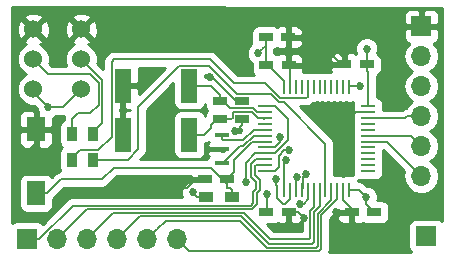
<source format=gtl>
G04 #@! TF.GenerationSoftware,KiCad,Pcbnew,5.0.0-rc2-unknown-a288d61~65~ubuntu18.04.1*
G04 #@! TF.CreationDate,2018-06-25T15:59:21+02:00*
G04 #@! TF.ProjectId,STM32_Sensor,53544D33325F53656E736F722E6B6963,rev?*
G04 #@! TF.SameCoordinates,Original*
G04 #@! TF.FileFunction,Copper,L1,Top,Signal*
G04 #@! TF.FilePolarity,Positive*
%FSLAX46Y46*%
G04 Gerber Fmt 4.6, Leading zero omitted, Abs format (unit mm)*
G04 Created by KiCad (PCBNEW 5.0.0-rc2-unknown-a288d61~65~ubuntu18.04.1) date Mon Jun 25 15:59:21 2018*
%MOMM*%
%LPD*%
G01*
G04 APERTURE LIST*
G04 #@! TA.AperFunction,SMDPad,CuDef*
%ADD10R,0.250000X1.300000*%
G04 #@! TD*
G04 #@! TA.AperFunction,SMDPad,CuDef*
%ADD11R,1.300000X0.250000*%
G04 #@! TD*
G04 #@! TA.AperFunction,SMDPad,CuDef*
%ADD12R,1.200000X0.900000*%
G04 #@! TD*
G04 #@! TA.AperFunction,ComponentPad*
%ADD13R,1.700000X1.700000*%
G04 #@! TD*
G04 #@! TA.AperFunction,SMDPad,CuDef*
%ADD14R,1.200000X0.750000*%
G04 #@! TD*
G04 #@! TA.AperFunction,SMDPad,CuDef*
%ADD15R,0.900000X1.200000*%
G04 #@! TD*
G04 #@! TA.AperFunction,SMDPad,CuDef*
%ADD16R,1.300000X0.400000*%
G04 #@! TD*
G04 #@! TA.AperFunction,SMDPad,CuDef*
%ADD17R,1.430000X2.850000*%
G04 #@! TD*
G04 #@! TA.AperFunction,SMDPad,CuDef*
%ADD18R,1.600000X2.000000*%
G04 #@! TD*
G04 #@! TA.AperFunction,ComponentPad*
%ADD19C,1.524000*%
G04 #@! TD*
G04 #@! TA.AperFunction,ComponentPad*
%ADD20O,1.700000X1.700000*%
G04 #@! TD*
G04 #@! TA.AperFunction,ViaPad*
%ADD21C,0.685800*%
G04 #@! TD*
G04 #@! TA.AperFunction,Conductor*
%ADD22C,0.152400*%
G04 #@! TD*
G04 #@! TA.AperFunction,Conductor*
%ADD23C,0.190500*%
G04 #@! TD*
G04 #@! TA.AperFunction,Conductor*
%ADD24C,0.254000*%
G04 #@! TD*
G04 APERTURE END LIST*
D10*
G04 #@! TO.P,U1,48*
G04 #@! TO.N,+3V3*
X130720000Y-86200000D03*
G04 #@! TO.P,U1,47*
G04 #@! TO.N,GND*
X131220000Y-86200000D03*
G04 #@! TO.P,U1,46*
G04 #@! TO.N,Net-(U1-Pad46)*
X131720000Y-86200000D03*
G04 #@! TO.P,U1,45*
G04 #@! TO.N,Net-(U1-Pad45)*
X132220000Y-86200000D03*
G04 #@! TO.P,U1,44*
G04 #@! TO.N,BOOT0*
X132720000Y-86200000D03*
G04 #@! TO.P,U1,43*
G04 #@! TO.N,Net-(U1-Pad43)*
X133220000Y-86200000D03*
G04 #@! TO.P,U1,42*
G04 #@! TO.N,Net-(U1-Pad42)*
X133720000Y-86200000D03*
G04 #@! TO.P,U1,41*
G04 #@! TO.N,Net-(U1-Pad41)*
X134220000Y-86200000D03*
G04 #@! TO.P,U1,40*
G04 #@! TO.N,Net-(U1-Pad40)*
X134720000Y-86200000D03*
G04 #@! TO.P,U1,39*
G04 #@! TO.N,Net-(U1-Pad39)*
X135220000Y-86200000D03*
G04 #@! TO.P,U1,38*
G04 #@! TO.N,Net-(U1-Pad38)*
X135720000Y-86200000D03*
G04 #@! TO.P,U1,37*
G04 #@! TO.N,SWDCLK*
X136220000Y-86200000D03*
D11*
G04 #@! TO.P,U1,36*
G04 #@! TO.N,+3V3*
X137820000Y-87800000D03*
G04 #@! TO.P,U1,35*
G04 #@! TO.N,GND*
X137820000Y-88300000D03*
G04 #@! TO.P,U1,34*
G04 #@! TO.N,SWDIO*
X137820000Y-88800000D03*
G04 #@! TO.P,U1,33*
G04 #@! TO.N,Net-(U1-Pad33)*
X137820000Y-89300000D03*
G04 #@! TO.P,U1,32*
G04 #@! TO.N,Net-(U1-Pad32)*
X137820000Y-89800000D03*
G04 #@! TO.P,U1,31*
G04 #@! TO.N,RX*
X137820000Y-90300000D03*
G04 #@! TO.P,U1,30*
G04 #@! TO.N,TX*
X137820000Y-90800000D03*
G04 #@! TO.P,U1,29*
G04 #@! TO.N,Net-(U1-Pad29)*
X137820000Y-91300000D03*
G04 #@! TO.P,U1,28*
G04 #@! TO.N,Net-(U1-Pad28)*
X137820000Y-91800000D03*
G04 #@! TO.P,U1,27*
G04 #@! TO.N,Net-(U1-Pad27)*
X137820000Y-92300000D03*
G04 #@! TO.P,U1,26*
G04 #@! TO.N,Net-(U1-Pad26)*
X137820000Y-92800000D03*
G04 #@! TO.P,U1,25*
G04 #@! TO.N,Net-(U1-Pad25)*
X137820000Y-93300000D03*
D10*
G04 #@! TO.P,U1,24*
G04 #@! TO.N,+3V3*
X136220000Y-94900000D03*
G04 #@! TO.P,U1,23*
G04 #@! TO.N,GND*
X135720000Y-94900000D03*
G04 #@! TO.P,U1,22*
G04 #@! TO.N,PB11*
X135220000Y-94900000D03*
G04 #@! TO.P,U1,21*
G04 #@! TO.N,PB10*
X134720000Y-94900000D03*
G04 #@! TO.P,U1,20*
G04 #@! TO.N,BOOT1*
X134220000Y-94900000D03*
G04 #@! TO.P,U1,19*
G04 #@! TO.N,PB1*
X133720000Y-94900000D03*
G04 #@! TO.P,U1,18*
G04 #@! TO.N,PB0*
X133220000Y-94900000D03*
G04 #@! TO.P,U1,17*
G04 #@! TO.N,MOSI*
X132720000Y-94900000D03*
G04 #@! TO.P,U1,16*
G04 #@! TO.N,MISO*
X132220000Y-94900000D03*
G04 #@! TO.P,U1,15*
G04 #@! TO.N,SCK*
X131720000Y-94900000D03*
G04 #@! TO.P,U1,14*
G04 #@! TO.N,NSS*
X131220000Y-94900000D03*
G04 #@! TO.P,U1,13*
G04 #@! TO.N,DIO0*
X130720000Y-94900000D03*
D11*
G04 #@! TO.P,U1,12*
G04 #@! TO.N,RST*
X129120000Y-93300000D03*
G04 #@! TO.P,U1,11*
G04 #@! TO.N,PA1*
X129120000Y-92800000D03*
G04 #@! TO.P,U1,10*
G04 #@! TO.N,PA0*
X129120000Y-92300000D03*
G04 #@! TO.P,U1,9*
G04 #@! TO.N,+3V3*
X129120000Y-91800000D03*
G04 #@! TO.P,U1,8*
G04 #@! TO.N,GND*
X129120000Y-91300000D03*
G04 #@! TO.P,U1,7*
G04 #@! TO.N,Net-(C1-Pad1)*
X129120000Y-90800000D03*
G04 #@! TO.P,U1,6*
G04 #@! TO.N,OSC2*
X129120000Y-90300000D03*
G04 #@! TO.P,U1,5*
G04 #@! TO.N,OSC1*
X129120000Y-89800000D03*
G04 #@! TO.P,U1,4*
G04 #@! TO.N,Net-(U1-Pad4)*
X129120000Y-89300000D03*
G04 #@! TO.P,U1,3*
G04 #@! TO.N,RTCOSC2*
X129120000Y-88800000D03*
G04 #@! TO.P,U1,2*
G04 #@! TO.N,RTCOSC1*
X129120000Y-88300000D03*
G04 #@! TO.P,U1,1*
G04 #@! TO.N,+3V3*
X129120000Y-87800000D03*
G04 #@! TD*
D12*
G04 #@! TO.P,R1,2*
G04 #@! TO.N,Net-(C1-Pad1)*
X126322000Y-95504000D03*
G04 #@! TO.P,R1,1*
G04 #@! TO.N,+3V3*
X124122000Y-95504000D03*
G04 #@! TD*
D13*
G04 #@! TO.P,J2,1*
G04 #@! TO.N,Net-(J2-Pad1)*
X142750000Y-98820000D03*
G04 #@! TD*
D14*
G04 #@! TO.P,C1,2*
G04 #@! TO.N,GND*
X124018000Y-93980000D03*
G04 #@! TO.P,C1,1*
G04 #@! TO.N,Net-(C1-Pad1)*
X125918000Y-93980000D03*
G04 #@! TD*
G04 #@! TO.P,C2,2*
G04 #@! TO.N,GND*
X135829000Y-84264500D03*
G04 #@! TO.P,C2,1*
G04 #@! TO.N,+3V3*
X137729000Y-84264500D03*
G04 #@! TD*
G04 #@! TO.P,C3,1*
G04 #@! TO.N,+3V3*
X138364000Y-96774000D03*
G04 #@! TO.P,C3,2*
G04 #@! TO.N,GND*
X136464000Y-96774000D03*
G04 #@! TD*
G04 #@! TO.P,C4,2*
G04 #@! TO.N,GND*
X131125000Y-96774000D03*
G04 #@! TO.P,C4,1*
G04 #@! TO.N,+3V3*
X129225000Y-96774000D03*
G04 #@! TD*
G04 #@! TO.P,C6,2*
G04 #@! TO.N,GND*
X131061500Y-81978500D03*
G04 #@! TO.P,C6,1*
G04 #@! TO.N,+3V3*
X129161500Y-81978500D03*
G04 #@! TD*
G04 #@! TO.P,C7,1*
G04 #@! TO.N,+3V3*
X129225000Y-84328000D03*
G04 #@! TO.P,C7,2*
G04 #@! TO.N,GND*
X131125000Y-84328000D03*
G04 #@! TD*
G04 #@! TO.P,C8,1*
G04 #@! TO.N,RTCOSC1*
X125288000Y-87376000D03*
G04 #@! TO.P,C8,2*
G04 #@! TO.N,GND*
X127188000Y-87376000D03*
G04 #@! TD*
G04 #@! TO.P,C9,2*
G04 #@! TO.N,GND*
X127188000Y-88900000D03*
G04 #@! TO.P,C9,1*
G04 #@! TO.N,RTCOSC2*
X125288000Y-88900000D03*
G04 #@! TD*
D15*
G04 #@! TO.P,R2,2*
G04 #@! TO.N,BOOT0*
X112776000Y-92370000D03*
G04 #@! TO.P,R2,1*
G04 #@! TO.N,Net-(R2-Pad1)*
X112776000Y-90170000D03*
G04 #@! TD*
G04 #@! TO.P,R3,1*
G04 #@! TO.N,Net-(R3-Pad1)*
X114554000Y-90170000D03*
G04 #@! TO.P,R3,2*
G04 #@! TO.N,BOOT1*
X114554000Y-92370000D03*
G04 #@! TD*
D16*
G04 #@! TO.P,Y1,2*
G04 #@! TO.N,GND*
X125476000Y-91440000D03*
G04 #@! TO.P,Y1,3*
G04 #@! TO.N,OSC2*
X125476000Y-92640000D03*
G04 #@! TO.P,Y1,1*
G04 #@! TO.N,OSC1*
X125476000Y-90240000D03*
G04 #@! TD*
D17*
G04 #@! TO.P,Y2,4*
G04 #@! TO.N,RTCOSC2*
X122703000Y-90213000D03*
G04 #@! TO.P,Y2,3*
G04 #@! TO.N,GND*
X117073000Y-90213000D03*
G04 #@! TO.P,Y2,2*
X117073000Y-86063000D03*
G04 #@! TO.P,Y2,1*
G04 #@! TO.N,RTCOSC1*
X122703000Y-86063000D03*
G04 #@! TD*
D18*
G04 #@! TO.P,SW1,1*
G04 #@! TO.N,GND*
X109728000Y-89756000D03*
G04 #@! TO.P,SW1,2*
G04 #@! TO.N,Net-(C1-Pad1)*
X109728000Y-95156000D03*
G04 #@! TD*
D19*
G04 #@! TO.P,SW2,3*
G04 #@! TO.N,+3V3*
X109474000Y-86360000D03*
G04 #@! TO.P,SW2,2*
G04 #@! TO.N,Net-(R2-Pad1)*
X109474000Y-83820000D03*
G04 #@! TO.P,SW2,1*
G04 #@! TO.N,GND*
X109474000Y-81280000D03*
G04 #@! TD*
G04 #@! TO.P,SW3,1*
G04 #@! TO.N,GND*
X113538000Y-81280000D03*
G04 #@! TO.P,SW3,2*
G04 #@! TO.N,Net-(R3-Pad1)*
X113538000Y-83820000D03*
G04 #@! TO.P,SW3,3*
G04 #@! TO.N,+3V3*
X113538000Y-86360000D03*
G04 #@! TD*
D20*
G04 #@! TO.P,J1,6*
G04 #@! TO.N,TX*
X142340000Y-93730000D03*
G04 #@! TO.P,J1,5*
G04 #@! TO.N,RX*
X142340000Y-91190000D03*
G04 #@! TO.P,J1,4*
G04 #@! TO.N,SWDIO*
X142340000Y-88650000D03*
G04 #@! TO.P,J1,3*
G04 #@! TO.N,SWDCLK*
X142340000Y-86110000D03*
G04 #@! TO.P,J1,2*
G04 #@! TO.N,+3V3*
X142340000Y-83570000D03*
D13*
G04 #@! TO.P,J1,1*
G04 #@! TO.N,GND*
X142340000Y-81030000D03*
G04 #@! TD*
D20*
G04 #@! TO.P,J3,6*
G04 #@! TO.N,PB11*
X121666000Y-99060000D03*
G04 #@! TO.P,J3,5*
G04 #@! TO.N,PB10*
X119126000Y-99060000D03*
G04 #@! TO.P,J3,4*
G04 #@! TO.N,PB1*
X116586000Y-99060000D03*
G04 #@! TO.P,J3,3*
G04 #@! TO.N,PB0*
X114046000Y-99060000D03*
G04 #@! TO.P,J3,2*
G04 #@! TO.N,PA1*
X111506000Y-99060000D03*
D13*
G04 #@! TO.P,J3,1*
G04 #@! TO.N,PA0*
X108966000Y-99060000D03*
G04 #@! TD*
D21*
G04 #@! TO.N,+3V3*
X137731500Y-82931000D03*
X137668000Y-95504000D03*
X129286000Y-95250000D03*
X110744000Y-87884000D03*
X123002068Y-95105652D03*
X127508000Y-94233994D03*
X128524000Y-83312000D03*
G04 #@! TO.N,SWDCLK*
X137140000Y-86100000D03*
G04 #@! TO.N,GND*
X135840000Y-87840000D03*
X134610000Y-83340000D03*
X124460000Y-85344000D03*
X132372057Y-97233245D03*
X135128000Y-96774000D03*
X126595116Y-89881053D03*
X130400000Y-90440000D03*
X120060000Y-88680000D03*
X119120000Y-85240000D03*
G04 #@! TO.N,RST*
X131112598Y-91518462D03*
G04 #@! TO.N,DIO0*
X130906797Y-92331016D03*
G04 #@! TO.N,NSS*
X130048000Y-93980000D03*
G04 #@! TO.N,SCK*
X131791626Y-93796502D03*
G04 #@! TO.N,MISO*
X132597436Y-93565703D03*
G04 #@! TO.N,MOSI*
X132085808Y-96045226D03*
G04 #@! TD*
D22*
G04 #@! TO.N,Net-(C1-Pad1)*
X126322000Y-94901600D02*
X126322000Y-95504000D01*
X126162400Y-94742000D02*
X126322000Y-94901600D01*
X125918000Y-94742000D02*
X126162400Y-94742000D01*
X125918000Y-94214600D02*
X125918000Y-94742000D01*
X116281189Y-93014811D02*
X124510811Y-93014811D01*
X124510811Y-93014811D02*
X125918000Y-94422000D01*
X115292400Y-94003600D02*
X116281189Y-93014811D01*
X110680400Y-95156000D02*
X111832800Y-94003600D01*
X125918000Y-94422000D02*
X125918000Y-94742000D01*
X109728000Y-95156000D02*
X110680400Y-95156000D01*
X111832800Y-94003600D02*
X115292400Y-94003600D01*
X128317600Y-90800000D02*
X129120000Y-90800000D01*
X126492000Y-92379066D02*
X127994865Y-90876201D01*
X128241399Y-90876201D02*
X128317600Y-90800000D01*
X125918000Y-93980000D02*
X126492000Y-93406000D01*
X127994865Y-90876201D02*
X128241399Y-90876201D01*
X126492000Y-93406000D02*
X126492000Y-92379066D01*
D23*
G04 #@! TO.N,+3V3*
X129161500Y-84264500D02*
X129225000Y-84328000D01*
X129161500Y-81978500D02*
X129161500Y-84264500D01*
X137729000Y-84516000D02*
X137729000Y-84264500D01*
X137731500Y-84262000D02*
X137729000Y-84264500D01*
X137731500Y-82931000D02*
X137731500Y-84262000D01*
X137504000Y-84264500D02*
X137729000Y-84264500D01*
X129161500Y-81978500D02*
X129386500Y-81978500D01*
X137668000Y-95504000D02*
X137064000Y-94900000D01*
X137064000Y-94900000D02*
X136220000Y-94900000D01*
X137731500Y-87711500D02*
X137820000Y-87800000D01*
X137820000Y-84921000D02*
X137820000Y-87800000D01*
X137729000Y-84264500D02*
X137729000Y-84830000D01*
X137729000Y-84830000D02*
X137820000Y-84921000D01*
X129286000Y-96713000D02*
X129225000Y-96774000D01*
X129286000Y-95250000D02*
X129286000Y-96713000D01*
X109474000Y-86614000D02*
X109474000Y-86360000D01*
X110744000Y-87884000D02*
X109474000Y-86614000D01*
X112014000Y-87884000D02*
X113538000Y-86360000D01*
X110744000Y-87884000D02*
X112014000Y-87884000D01*
X129373000Y-84328000D02*
X129225000Y-84328000D01*
X130720000Y-85675000D02*
X129373000Y-84328000D01*
X130720000Y-86200000D02*
X130720000Y-85675000D01*
X123002068Y-95174568D02*
X123002068Y-95105652D01*
X123331500Y-95504000D02*
X123002068Y-95174568D01*
X124122000Y-95504000D02*
X123331500Y-95504000D01*
X129120000Y-91800000D02*
X128279500Y-91800000D01*
X127508000Y-92571500D02*
X127508000Y-94233994D01*
X128279500Y-91800000D02*
X127508000Y-92571500D01*
X137668000Y-96078000D02*
X138364000Y-96774000D01*
X137668000Y-95504000D02*
X137668000Y-96078000D01*
X129161500Y-82674500D02*
X128866899Y-82969101D01*
X128866899Y-82969101D02*
X128524000Y-83312000D01*
X129161500Y-81978500D02*
X129161500Y-82674500D01*
X129942000Y-91800000D02*
X129120000Y-91800000D01*
X129120000Y-87800000D02*
X129960500Y-87800000D01*
X131064000Y-90678000D02*
X129942000Y-91800000D01*
X131064000Y-88903500D02*
X131064000Y-90678000D01*
X129960500Y-87800000D02*
X131064000Y-88903500D01*
D22*
G04 #@! TO.N,RTCOSC2*
X129022500Y-88897500D02*
X129120000Y-88800000D01*
X125063000Y-88900000D02*
X125288000Y-88900000D01*
X124535600Y-89427400D02*
X125063000Y-88900000D01*
X123975000Y-90213000D02*
X124535600Y-89652400D01*
X124535600Y-89652400D02*
X124535600Y-89427400D01*
X122703000Y-90213000D02*
X123975000Y-90213000D01*
X127970881Y-88296399D02*
X128474482Y-88800000D01*
X126405119Y-88296399D02*
X127970881Y-88296399D01*
X126359399Y-88342119D02*
X126405119Y-88296399D01*
X126359399Y-88800000D02*
X126359399Y-88342119D01*
X126259399Y-88900000D02*
X126359399Y-88800000D01*
X128474482Y-88800000D02*
X129120000Y-88800000D01*
X125288000Y-88900000D02*
X126259399Y-88900000D01*
G04 #@! TO.N,BOOT0*
X112776000Y-92220000D02*
X112776000Y-92370000D01*
X114960601Y-91541399D02*
X113454601Y-91541399D01*
X116332000Y-83820000D02*
X116129399Y-84022601D01*
X124460000Y-83820000D02*
X116332000Y-83820000D01*
X116129399Y-84022601D02*
X116129399Y-90372601D01*
X132720000Y-86200000D02*
X132720000Y-87002400D01*
X132605699Y-87116701D02*
X130381639Y-87116701D01*
X116129399Y-90372601D02*
X114960601Y-91541399D01*
X130381639Y-87116701D02*
X129116938Y-85852000D01*
X113454601Y-91541399D02*
X112776000Y-92220000D01*
X129116938Y-85852000D02*
X126492000Y-85852000D01*
X132720000Y-87002400D02*
X132605699Y-87116701D01*
X126492000Y-85852000D02*
X124460000Y-83820000D01*
G04 #@! TO.N,Net-(R2-Pad1)*
X110744000Y-85090000D02*
X114300000Y-85090000D01*
X109474000Y-83820000D02*
X110744000Y-85090000D01*
X115011190Y-85801190D02*
X115011190Y-87680810D01*
X114300000Y-85090000D02*
X115011190Y-85801190D01*
X114300000Y-88392000D02*
X113284000Y-88392000D01*
X115011190Y-87680810D02*
X114300000Y-88392000D01*
X112776000Y-88900000D02*
X112776000Y-90170000D01*
X113284000Y-88392000D02*
X112776000Y-88900000D01*
G04 #@! TO.N,Net-(R3-Pad1)*
X115316000Y-89258000D02*
X114554000Y-90020000D01*
X113538000Y-83820000D02*
X115316000Y-85598000D01*
X114554000Y-90020000D02*
X114554000Y-90170000D01*
X115316000Y-85598000D02*
X115316000Y-89258000D01*
G04 #@! TO.N,BOOT1*
X114554000Y-92370000D02*
X117467482Y-92370000D01*
X126727332Y-86772399D02*
X129606271Y-86772399D01*
X117467482Y-92370000D02*
X118381329Y-91456153D01*
X124364333Y-84409399D02*
X126727332Y-86772399D01*
X134220000Y-94097600D02*
X134220000Y-94900000D01*
X118381329Y-91456153D02*
X118381329Y-87833189D01*
X134220000Y-90963067D02*
X134220000Y-94097600D01*
X130683744Y-87426811D02*
X134220000Y-90963067D01*
X118381329Y-87833189D02*
X121805119Y-84409399D01*
X129606271Y-86772399D02*
X130260683Y-87426811D01*
X121805119Y-84409399D02*
X124364333Y-84409399D01*
X130260683Y-87426811D02*
X130683744Y-87426811D01*
G04 #@! TO.N,OSC2*
X127254000Y-91186000D02*
X128140000Y-90300000D01*
X126991482Y-91186000D02*
X127254000Y-91186000D01*
X125730000Y-92640000D02*
X125730000Y-92447482D01*
X128140000Y-90300000D02*
X129120000Y-90300000D01*
X125730000Y-92447482D02*
X126991482Y-91186000D01*
G04 #@! TO.N,OSC1*
X125730000Y-90240000D02*
X125038000Y-90240000D01*
X125038000Y-90240000D02*
X124968000Y-90170000D01*
X127254000Y-90678000D02*
X125561600Y-90678000D01*
X125561600Y-90678000D02*
X125476000Y-90592400D01*
X128132000Y-89800000D02*
X127254000Y-90678000D01*
X125476000Y-90592400D02*
X125476000Y-90240000D01*
X129120000Y-89800000D02*
X128132000Y-89800000D01*
G04 #@! TO.N,RTCOSC1*
X122755000Y-85570500D02*
X122755000Y-85065000D01*
X125288000Y-86848600D02*
X125288000Y-87376000D01*
X124502400Y-86063000D02*
X125288000Y-86848600D01*
X122703000Y-86063000D02*
X124502400Y-86063000D01*
X125513000Y-87376000D02*
X126128588Y-87991588D01*
X128405548Y-88300000D02*
X129120000Y-88300000D01*
X126128588Y-87991588D02*
X128097137Y-87991588D01*
X128097137Y-87991588D02*
X128405548Y-88300000D01*
X125288000Y-87376000D02*
X125513000Y-87376000D01*
G04 #@! TO.N,SWDIO*
X140987919Y-88800000D02*
X137820000Y-88800000D01*
X141137919Y-88650000D02*
X140987919Y-88800000D01*
X142340000Y-88650000D02*
X141137919Y-88650000D01*
G04 #@! TO.N,SWDCLK*
X136320000Y-86100000D02*
X136220000Y-86200000D01*
X137140000Y-86100000D02*
X136320000Y-86100000D01*
G04 #@! TO.N,GND*
X131246000Y-84449000D02*
X131125000Y-84328000D01*
X131125000Y-96774000D02*
X130900000Y-96774000D01*
X134070400Y-81978500D02*
X135829000Y-83737100D01*
X135829000Y-83737100D02*
X135829000Y-84264500D01*
X131061500Y-81978500D02*
X134070400Y-81978500D01*
X131061500Y-84264500D02*
X131125000Y-84328000D01*
X131061500Y-81978500D02*
X131061500Y-84264500D01*
X131220000Y-84423000D02*
X131125000Y-84328000D01*
X131220000Y-86200000D02*
X131220000Y-84423000D01*
X125718400Y-91330000D02*
X125208660Y-91330000D01*
X125857000Y-91468600D02*
X125718400Y-91330000D01*
X137820000Y-88300000D02*
X136300000Y-88300000D01*
X136300000Y-88300000D02*
X135840000Y-87840000D01*
X135534500Y-84264500D02*
X135829000Y-84264500D01*
X134610000Y-83340000D02*
X135534500Y-84264500D01*
X135720000Y-95724347D02*
X135720000Y-94900000D01*
X136398000Y-96774000D02*
X136398000Y-96402347D01*
X136398000Y-96402347D02*
X135720000Y-95724347D01*
X117073000Y-90213000D02*
X117073000Y-86063000D01*
X127188000Y-87376000D02*
X126674482Y-87376000D01*
X124642482Y-85344000D02*
X124460000Y-85344000D01*
X126674482Y-87376000D02*
X124642482Y-85344000D01*
X109728000Y-90908400D02*
X109728000Y-89756000D01*
X131912812Y-96774000D02*
X132372057Y-97233245D01*
X131125000Y-96774000D02*
X131912812Y-96774000D01*
X136464000Y-96774000D02*
X135128000Y-96774000D01*
X127188000Y-88900000D02*
X127188000Y-89427400D01*
X126734347Y-89881053D02*
X126595116Y-89881053D01*
X127188000Y-89427400D02*
X126734347Y-89881053D01*
X108204000Y-96520000D02*
X108204000Y-92432400D01*
X123265600Y-93980000D02*
X122503600Y-94742000D01*
X122503600Y-94742000D02*
X113284000Y-94742000D01*
X108204000Y-92432400D02*
X109728000Y-90908400D01*
X113284000Y-94742000D02*
X110998000Y-97028000D01*
X124018000Y-93980000D02*
X123265600Y-93980000D01*
X110998000Y-97028000D02*
X108712000Y-97028000D01*
X108712000Y-97028000D02*
X108204000Y-96520000D01*
X130400000Y-90822400D02*
X130400000Y-90440000D01*
X129922400Y-91300000D02*
X130400000Y-90822400D01*
X129120000Y-91300000D02*
X129922400Y-91300000D01*
G04 #@! TO.N,RST*
X130270000Y-92952400D02*
X130270000Y-91983890D01*
X129922400Y-93300000D02*
X130270000Y-92952400D01*
X129120000Y-93300000D02*
X129922400Y-93300000D01*
X130735428Y-91518462D02*
X131112598Y-91518462D01*
X130270000Y-91983890D02*
X130735428Y-91518462D01*
G04 #@! TO.N,DIO0*
X130720000Y-94900000D02*
X130720000Y-92517813D01*
X130720000Y-92517813D02*
X130906797Y-92331016D01*
G04 #@! TO.N,NSS*
X130667966Y-96100899D02*
X130149601Y-95582534D01*
X130821501Y-96100899D02*
X130667966Y-96100899D01*
X131220000Y-94900000D02*
X131220000Y-95702400D01*
X131220000Y-95702400D02*
X130821501Y-96100899D01*
X130149601Y-94566534D02*
X130048000Y-94464933D01*
X130149601Y-95582534D02*
X130149601Y-94566534D01*
X130048000Y-94464933D02*
X130048000Y-93980000D01*
G04 #@! TO.N,SCK*
X131720000Y-94900000D02*
X131720000Y-93868128D01*
X131720000Y-93868128D02*
X131791626Y-93796502D01*
G04 #@! TO.N,MISO*
X132220000Y-94900000D02*
X132363127Y-94756873D01*
X132363127Y-94756873D02*
X132363127Y-93800012D01*
X132363127Y-93800012D02*
X132597436Y-93565703D01*
G04 #@! TO.N,MOSI*
X132377174Y-96045226D02*
X132085808Y-96045226D01*
X132720000Y-95702400D02*
X132377174Y-96045226D01*
X132720000Y-94900000D02*
X132720000Y-95702400D01*
G04 #@! TO.N,TX*
X139410000Y-90800000D02*
X137820000Y-90800000D01*
X142340000Y-93730000D02*
X139410000Y-90800000D01*
G04 #@! TO.N,RX*
X141450000Y-90300000D02*
X137820000Y-90300000D01*
X142340000Y-91190000D02*
X141450000Y-90300000D01*
G04 #@! TO.N,PB11*
X121920000Y-99060000D02*
X121666000Y-99314000D01*
X122515999Y-99909999D02*
X121666000Y-99060000D01*
X122682000Y-100076000D02*
X122515999Y-99909999D01*
X133654811Y-100076000D02*
X122682000Y-100076000D01*
X133858000Y-97017417D02*
X133858000Y-99872811D01*
X135220001Y-95655416D02*
X133858000Y-97017417D01*
X133858000Y-99872811D02*
X133654811Y-100076000D01*
X135220000Y-94900000D02*
X135220001Y-95655416D01*
G04 #@! TO.N,PB10*
X133553189Y-96891161D02*
X133553189Y-99618811D01*
X120700809Y-97485191D02*
X119975999Y-98210001D01*
X134720000Y-95724350D02*
X133553189Y-96891161D01*
X126949191Y-97485191D02*
X120700809Y-97485191D01*
X133553189Y-99618811D02*
X133400811Y-99771189D01*
X119975999Y-98210001D02*
X119126000Y-99060000D01*
X129235189Y-99771189D02*
X126949191Y-97485191D01*
X134720000Y-94900000D02*
X134720000Y-95724350D01*
X133400811Y-99771189D02*
X129235189Y-99771189D01*
G04 #@! TO.N,PB1*
X133720000Y-96293284D02*
X133248378Y-96764905D01*
X129438378Y-99466378D02*
X127107134Y-97135134D01*
X118510866Y-97135134D02*
X117435999Y-98210001D01*
X133248378Y-96764905D02*
X133248378Y-99312512D01*
X133248378Y-99312512D02*
X133094512Y-99466378D01*
X127107134Y-97135134D02*
X118510866Y-97135134D01*
X133094512Y-99466378D02*
X129438378Y-99466378D01*
X117435999Y-98210001D02*
X116586000Y-99060000D01*
X133720000Y-94900000D02*
X133720000Y-96293284D01*
G04 #@! TO.N,PB0*
X116275677Y-96830323D02*
X114895999Y-98210001D01*
X127310323Y-96830323D02*
X116275677Y-96830323D01*
X133220000Y-94900000D02*
X133220000Y-96362216D01*
X133220000Y-96362216D02*
X132943567Y-96638649D01*
X129540000Y-99060000D02*
X127310323Y-96830323D01*
X132943567Y-96638649D02*
X132943567Y-98958433D01*
X114895999Y-98210001D02*
X114046000Y-99060000D01*
X132943567Y-98958433D02*
X132842000Y-99060000D01*
X132842000Y-99060000D02*
X129540000Y-99060000D01*
G04 #@! TO.N,PA1*
X128422412Y-96124277D02*
X128021177Y-96525512D01*
X128021177Y-96525512D02*
X114040488Y-96525512D01*
X112355999Y-98210001D02*
X111506000Y-99060000D01*
X129120000Y-92800000D02*
X128317600Y-92800000D01*
X128317600Y-92800000D02*
X128241399Y-92876201D01*
X128676412Y-94042894D02*
X128676412Y-94906865D01*
X128241399Y-93607881D02*
X128676412Y-94042894D01*
X114040488Y-96525512D02*
X112355999Y-98210001D01*
X128676412Y-94906865D02*
X128422412Y-95160864D01*
X128422412Y-95160864D02*
X128422412Y-96124277D01*
X128241399Y-92876201D02*
X128241399Y-93607881D01*
G04 #@! TO.N,PA0*
X128117601Y-95034609D02*
X128117601Y-95998021D01*
X128117601Y-95998021D02*
X127894921Y-96220701D01*
X129120000Y-92300000D02*
X128317600Y-92300000D01*
X128317600Y-92300000D02*
X127936588Y-92681012D01*
X127936588Y-93760378D02*
X128371601Y-94195391D01*
X127936588Y-92681012D02*
X127936588Y-93760378D01*
X128371601Y-94195391D02*
X128371601Y-94780609D01*
X128371601Y-94780609D02*
X128117601Y-95034609D01*
X109968400Y-99060000D02*
X108966000Y-99060000D01*
X127894921Y-96220701D02*
X112807699Y-96220701D01*
X112807699Y-96220701D02*
X109968400Y-99060000D01*
G04 #@! TD*
D24*
G04 #@! TO.N,GND*
G36*
X144070001Y-79449248D02*
X144070000Y-97530436D01*
X144057809Y-97512191D01*
X143847765Y-97371843D01*
X143600000Y-97322560D01*
X141900000Y-97322560D01*
X141652235Y-97371843D01*
X141442191Y-97512191D01*
X141301843Y-97722235D01*
X141252560Y-97970000D01*
X141252560Y-99670000D01*
X141301843Y-99917765D01*
X141442191Y-100127809D01*
X141463749Y-100142214D01*
X134513430Y-100172017D01*
X134527936Y-100150307D01*
X134569200Y-99942857D01*
X134569200Y-99942852D01*
X134583132Y-99872811D01*
X134569200Y-99802769D01*
X134569200Y-97312005D01*
X134821455Y-97059750D01*
X135229000Y-97059750D01*
X135229000Y-97275310D01*
X135325673Y-97508699D01*
X135504302Y-97687327D01*
X135737691Y-97784000D01*
X136178250Y-97784000D01*
X136337000Y-97625250D01*
X136337000Y-96901000D01*
X135387750Y-96901000D01*
X135229000Y-97059750D01*
X134821455Y-97059750D01*
X135310978Y-96570228D01*
X135387750Y-96647000D01*
X136337000Y-96647000D01*
X136337000Y-96627000D01*
X136591000Y-96627000D01*
X136591000Y-96647000D01*
X136611000Y-96647000D01*
X136611000Y-96901000D01*
X136591000Y-96901000D01*
X136591000Y-97625250D01*
X136749750Y-97784000D01*
X137190309Y-97784000D01*
X137423698Y-97687327D01*
X137424898Y-97686127D01*
X137516235Y-97747157D01*
X137764000Y-97796440D01*
X138964000Y-97796440D01*
X139211765Y-97747157D01*
X139421809Y-97606809D01*
X139562157Y-97396765D01*
X139611440Y-97149000D01*
X139611440Y-96399000D01*
X139562157Y-96151235D01*
X139421809Y-95941191D01*
X139211765Y-95800843D01*
X138964000Y-95751560D01*
X138623928Y-95751560D01*
X138645900Y-95698516D01*
X138645900Y-95309484D01*
X138497023Y-94950064D01*
X138221936Y-94674977D01*
X137862516Y-94526100D01*
X137722828Y-94526100D01*
X137631225Y-94434496D01*
X137590481Y-94373519D01*
X137348929Y-94212120D01*
X137135921Y-94169750D01*
X137135920Y-94169750D01*
X137064000Y-94155444D01*
X136992080Y-94169750D01*
X136976477Y-94169750D01*
X136948352Y-94028352D01*
X137170000Y-94072440D01*
X138470000Y-94072440D01*
X138717765Y-94023157D01*
X138927809Y-93882809D01*
X139068157Y-93672765D01*
X139117440Y-93425000D01*
X139117440Y-93175000D01*
X139092576Y-93050000D01*
X139117440Y-92925000D01*
X139117440Y-92675000D01*
X139092576Y-92550000D01*
X139117440Y-92425000D01*
X139117440Y-92175000D01*
X139092576Y-92050000D01*
X139117440Y-91925000D01*
X139117440Y-91675000D01*
X139092576Y-91550000D01*
X139100294Y-91511200D01*
X139115412Y-91511200D01*
X140910241Y-93306029D01*
X140825908Y-93730000D01*
X140941161Y-94309418D01*
X141269375Y-94800625D01*
X141760582Y-95128839D01*
X142193744Y-95215000D01*
X142486256Y-95215000D01*
X142919418Y-95128839D01*
X143410625Y-94800625D01*
X143738839Y-94309418D01*
X143854092Y-93730000D01*
X143738839Y-93150582D01*
X143410625Y-92659375D01*
X143112239Y-92460000D01*
X143410625Y-92260625D01*
X143738839Y-91769418D01*
X143854092Y-91190000D01*
X143738839Y-90610582D01*
X143410625Y-90119375D01*
X143112239Y-89920000D01*
X143410625Y-89720625D01*
X143738839Y-89229418D01*
X143854092Y-88650000D01*
X143738839Y-88070582D01*
X143410625Y-87579375D01*
X143112239Y-87380000D01*
X143410625Y-87180625D01*
X143738839Y-86689418D01*
X143854092Y-86110000D01*
X143738839Y-85530582D01*
X143410625Y-85039375D01*
X143112239Y-84840000D01*
X143410625Y-84640625D01*
X143738839Y-84149418D01*
X143854092Y-83570000D01*
X143738839Y-82990582D01*
X143410625Y-82499375D01*
X143388967Y-82484904D01*
X143549698Y-82418327D01*
X143728327Y-82239699D01*
X143825000Y-82006310D01*
X143825000Y-81315750D01*
X143666250Y-81157000D01*
X142467000Y-81157000D01*
X142467000Y-81177000D01*
X142213000Y-81177000D01*
X142213000Y-81157000D01*
X141013750Y-81157000D01*
X140855000Y-81315750D01*
X140855000Y-82006310D01*
X140951673Y-82239699D01*
X141130302Y-82418327D01*
X141291033Y-82484904D01*
X141269375Y-82499375D01*
X140941161Y-82990582D01*
X140825908Y-83570000D01*
X140941161Y-84149418D01*
X141269375Y-84640625D01*
X141567761Y-84840000D01*
X141269375Y-85039375D01*
X140941161Y-85530582D01*
X140825908Y-86110000D01*
X140941161Y-86689418D01*
X141269375Y-87180625D01*
X141567761Y-87380000D01*
X141269375Y-87579375D01*
X141023289Y-87947668D01*
X140860423Y-87980064D01*
X140697689Y-88088800D01*
X139094950Y-88088800D01*
X139105000Y-88078750D01*
X139105000Y-88048690D01*
X139096783Y-88028852D01*
X139117440Y-87925000D01*
X139117440Y-87675000D01*
X139068157Y-87427235D01*
X138927809Y-87217191D01*
X138717765Y-87076843D01*
X138550250Y-87043523D01*
X138550250Y-85242931D01*
X138576765Y-85237657D01*
X138786809Y-85097309D01*
X138927157Y-84887265D01*
X138976440Y-84639500D01*
X138976440Y-83889500D01*
X138927157Y-83641735D01*
X138786809Y-83431691D01*
X138626850Y-83324809D01*
X138709400Y-83125516D01*
X138709400Y-82736484D01*
X138560523Y-82377064D01*
X138285436Y-82101977D01*
X137926016Y-81953100D01*
X137536984Y-81953100D01*
X137177564Y-82101977D01*
X136902477Y-82377064D01*
X136753600Y-82736484D01*
X136753600Y-83125516D01*
X136835066Y-83322192D01*
X136789898Y-83352373D01*
X136788698Y-83351173D01*
X136555309Y-83254500D01*
X136114750Y-83254500D01*
X135956000Y-83413250D01*
X135956000Y-84137500D01*
X135976000Y-84137500D01*
X135976000Y-84391500D01*
X135956000Y-84391500D01*
X135956000Y-84411500D01*
X135702000Y-84411500D01*
X135702000Y-84391500D01*
X134752750Y-84391500D01*
X134594000Y-84550250D01*
X134594000Y-84765810D01*
X134650644Y-84902560D01*
X134595000Y-84902560D01*
X134470000Y-84927424D01*
X134345000Y-84902560D01*
X134095000Y-84902560D01*
X133970000Y-84927424D01*
X133845000Y-84902560D01*
X133595000Y-84902560D01*
X133470000Y-84927424D01*
X133345000Y-84902560D01*
X133095000Y-84902560D01*
X132970000Y-84927424D01*
X132845000Y-84902560D01*
X132595000Y-84902560D01*
X132470000Y-84927424D01*
X132345000Y-84902560D01*
X132329659Y-84902560D01*
X132360000Y-84829310D01*
X132360000Y-84613750D01*
X132201250Y-84455000D01*
X131252000Y-84455000D01*
X131252000Y-84475000D01*
X130998000Y-84475000D01*
X130998000Y-84455000D01*
X130978000Y-84455000D01*
X130978000Y-84201000D01*
X130998000Y-84201000D01*
X130998000Y-83476750D01*
X131252000Y-83476750D01*
X131252000Y-84201000D01*
X132201250Y-84201000D01*
X132360000Y-84042250D01*
X132360000Y-83826690D01*
X132333698Y-83763190D01*
X134594000Y-83763190D01*
X134594000Y-83978750D01*
X134752750Y-84137500D01*
X135702000Y-84137500D01*
X135702000Y-83413250D01*
X135543250Y-83254500D01*
X135102691Y-83254500D01*
X134869302Y-83351173D01*
X134690673Y-83529801D01*
X134594000Y-83763190D01*
X132333698Y-83763190D01*
X132263327Y-83593301D01*
X132084698Y-83414673D01*
X131851309Y-83318000D01*
X131410750Y-83318000D01*
X131252000Y-83476750D01*
X130998000Y-83476750D01*
X130839250Y-83318000D01*
X130398691Y-83318000D01*
X130165302Y-83414673D01*
X130164102Y-83415873D01*
X130072765Y-83354843D01*
X129891750Y-83318837D01*
X129891750Y-82975032D01*
X130009265Y-82951657D01*
X130100602Y-82890627D01*
X130101802Y-82891827D01*
X130335191Y-82988500D01*
X130775750Y-82988500D01*
X130934500Y-82829750D01*
X130934500Y-82105500D01*
X131188500Y-82105500D01*
X131188500Y-82829750D01*
X131347250Y-82988500D01*
X131787809Y-82988500D01*
X132021198Y-82891827D01*
X132199827Y-82713199D01*
X132296500Y-82479810D01*
X132296500Y-82264250D01*
X132137750Y-82105500D01*
X131188500Y-82105500D01*
X130934500Y-82105500D01*
X130914500Y-82105500D01*
X130914500Y-81851500D01*
X130934500Y-81851500D01*
X130934500Y-81127250D01*
X131188500Y-81127250D01*
X131188500Y-81851500D01*
X132137750Y-81851500D01*
X132296500Y-81692750D01*
X132296500Y-81477190D01*
X132199827Y-81243801D01*
X132021198Y-81065173D01*
X131787809Y-80968500D01*
X131347250Y-80968500D01*
X131188500Y-81127250D01*
X130934500Y-81127250D01*
X130775750Y-80968500D01*
X130335191Y-80968500D01*
X130101802Y-81065173D01*
X130100602Y-81066373D01*
X130009265Y-81005343D01*
X129761500Y-80956060D01*
X128561500Y-80956060D01*
X128313735Y-81005343D01*
X128103691Y-81145691D01*
X127963343Y-81355735D01*
X127914060Y-81603500D01*
X127914060Y-82353500D01*
X127944833Y-82508208D01*
X127694977Y-82758064D01*
X127546100Y-83117484D01*
X127546100Y-83506516D01*
X127694977Y-83865936D01*
X127970064Y-84141023D01*
X127977560Y-84144128D01*
X127977560Y-84703000D01*
X128026843Y-84950765D01*
X128153821Y-85140800D01*
X126786589Y-85140800D01*
X125012424Y-83366636D01*
X124972746Y-83307254D01*
X124737496Y-83150064D01*
X124530046Y-83108800D01*
X124530041Y-83108800D01*
X124460000Y-83094868D01*
X124389959Y-83108800D01*
X116402041Y-83108800D01*
X116331999Y-83094868D01*
X116261958Y-83108800D01*
X116261954Y-83108800D01*
X116054504Y-83150064D01*
X115819254Y-83307254D01*
X115779576Y-83366636D01*
X115676033Y-83470179D01*
X115616653Y-83509856D01*
X115576977Y-83569235D01*
X115576975Y-83569237D01*
X115518347Y-83656980D01*
X115459463Y-83745106D01*
X115418199Y-83952556D01*
X115418199Y-83952560D01*
X115404267Y-84022601D01*
X115418199Y-84092642D01*
X115418199Y-84694410D01*
X114901806Y-84178018D01*
X114935000Y-84097881D01*
X114935000Y-83542119D01*
X114722320Y-83028663D01*
X114329337Y-82635680D01*
X114138353Y-82556572D01*
X114269143Y-82502397D01*
X114338608Y-82260213D01*
X113538000Y-81459605D01*
X112737392Y-82260213D01*
X112806857Y-82502397D01*
X112947393Y-82552535D01*
X112746663Y-82635680D01*
X112353680Y-83028663D01*
X112141000Y-83542119D01*
X112141000Y-84097881D01*
X112257360Y-84378800D01*
X111038589Y-84378800D01*
X110837806Y-84178018D01*
X110871000Y-84097881D01*
X110871000Y-83542119D01*
X110658320Y-83028663D01*
X110265337Y-82635680D01*
X110074353Y-82556572D01*
X110205143Y-82502397D01*
X110274608Y-82260213D01*
X109474000Y-81459605D01*
X108673392Y-82260213D01*
X108742857Y-82502397D01*
X108883393Y-82552535D01*
X108682663Y-82635680D01*
X108289680Y-83028663D01*
X108077000Y-83542119D01*
X108077000Y-84097881D01*
X108289680Y-84611337D01*
X108682663Y-85004320D01*
X108889513Y-85090000D01*
X108682663Y-85175680D01*
X108289680Y-85568663D01*
X108077000Y-86082119D01*
X108077000Y-86637881D01*
X108289680Y-87151337D01*
X108682663Y-87544320D01*
X109196119Y-87757000D01*
X109584271Y-87757000D01*
X109766100Y-87938829D01*
X109766100Y-88078516D01*
X109855000Y-88293139D01*
X109855000Y-89629000D01*
X111004250Y-89629000D01*
X111163000Y-89470250D01*
X111163000Y-88768915D01*
X111297936Y-88713023D01*
X111396709Y-88614250D01*
X111942080Y-88614250D01*
X112014000Y-88628556D01*
X112085920Y-88614250D01*
X112085921Y-88614250D01*
X112115513Y-88608364D01*
X112106064Y-88622505D01*
X112064800Y-88829955D01*
X112064800Y-88829959D01*
X112050868Y-88900000D01*
X112064800Y-88970042D01*
X112064800Y-88980820D01*
X111868191Y-89112191D01*
X111727843Y-89322235D01*
X111678560Y-89570000D01*
X111678560Y-90770000D01*
X111727843Y-91017765D01*
X111868191Y-91227809D01*
X111931334Y-91270000D01*
X111868191Y-91312191D01*
X111727843Y-91522235D01*
X111678560Y-91770000D01*
X111678560Y-92970000D01*
X111727843Y-93217765D01*
X111775958Y-93289774D01*
X111762758Y-93292400D01*
X111762754Y-93292400D01*
X111555304Y-93333664D01*
X111522801Y-93355382D01*
X111379435Y-93451176D01*
X111379433Y-93451178D01*
X111320054Y-93490854D01*
X111280378Y-93550233D01*
X111044534Y-93786078D01*
X110985809Y-93698191D01*
X110775765Y-93557843D01*
X110528000Y-93508560D01*
X108928000Y-93508560D01*
X108680235Y-93557843D01*
X108470191Y-93698191D01*
X108329843Y-93908235D01*
X108280560Y-94156000D01*
X108280560Y-96156000D01*
X108329843Y-96403765D01*
X108470191Y-96613809D01*
X108680235Y-96754157D01*
X108928000Y-96803440D01*
X110528000Y-96803440D01*
X110775765Y-96754157D01*
X110985809Y-96613809D01*
X111126157Y-96403765D01*
X111175440Y-96156000D01*
X111175440Y-95680577D01*
X111193146Y-95668746D01*
X111232824Y-95609364D01*
X112127389Y-94714800D01*
X115222359Y-94714800D01*
X115292400Y-94728732D01*
X115362441Y-94714800D01*
X115362446Y-94714800D01*
X115569896Y-94673536D01*
X115805146Y-94516346D01*
X115844824Y-94456964D01*
X116575778Y-93726011D01*
X122814761Y-93726011D01*
X122941750Y-93853000D01*
X123891000Y-93853000D01*
X123891000Y-93833000D01*
X124145000Y-93833000D01*
X124145000Y-93853000D01*
X124165000Y-93853000D01*
X124165000Y-94107000D01*
X124145000Y-94107000D01*
X124145000Y-94127000D01*
X123891000Y-94127000D01*
X123891000Y-94107000D01*
X122941750Y-94107000D01*
X122920998Y-94127752D01*
X122807552Y-94127752D01*
X122448132Y-94276629D01*
X122173045Y-94551716D01*
X122024168Y-94911136D01*
X122024168Y-95300168D01*
X122110877Y-95509501D01*
X112877740Y-95509501D01*
X112807698Y-95495569D01*
X112737656Y-95509501D01*
X112737653Y-95509501D01*
X112530203Y-95550765D01*
X112530202Y-95550766D01*
X112530201Y-95550766D01*
X112354334Y-95668277D01*
X112354332Y-95668279D01*
X112294953Y-95707955D01*
X112255277Y-95767334D01*
X110271778Y-97750834D01*
X110063765Y-97611843D01*
X109816000Y-97562560D01*
X108116000Y-97562560D01*
X107868235Y-97611843D01*
X107710000Y-97717573D01*
X107710000Y-90041750D01*
X108293000Y-90041750D01*
X108293000Y-90882309D01*
X108389673Y-91115698D01*
X108568301Y-91294327D01*
X108801690Y-91391000D01*
X109442250Y-91391000D01*
X109601000Y-91232250D01*
X109601000Y-89883000D01*
X109855000Y-89883000D01*
X109855000Y-91232250D01*
X110013750Y-91391000D01*
X110654310Y-91391000D01*
X110887699Y-91294327D01*
X111066327Y-91115698D01*
X111163000Y-90882309D01*
X111163000Y-90041750D01*
X111004250Y-89883000D01*
X109855000Y-89883000D01*
X109601000Y-89883000D01*
X108451750Y-89883000D01*
X108293000Y-90041750D01*
X107710000Y-90041750D01*
X107710000Y-88629691D01*
X108293000Y-88629691D01*
X108293000Y-89470250D01*
X108451750Y-89629000D01*
X109601000Y-89629000D01*
X109601000Y-88279750D01*
X109442250Y-88121000D01*
X108801690Y-88121000D01*
X108568301Y-88217673D01*
X108389673Y-88396302D01*
X108293000Y-88629691D01*
X107710000Y-88629691D01*
X107710000Y-81072302D01*
X108064856Y-81072302D01*
X108092638Y-81627368D01*
X108251603Y-82011143D01*
X108493787Y-82080608D01*
X109294395Y-81280000D01*
X109653605Y-81280000D01*
X110454213Y-82080608D01*
X110696397Y-82011143D01*
X110883144Y-81487698D01*
X110862353Y-81072302D01*
X112128856Y-81072302D01*
X112156638Y-81627368D01*
X112315603Y-82011143D01*
X112557787Y-82080608D01*
X113358395Y-81280000D01*
X113717605Y-81280000D01*
X114518213Y-82080608D01*
X114760397Y-82011143D01*
X114947144Y-81487698D01*
X114919362Y-80932632D01*
X114760397Y-80548857D01*
X114518213Y-80479392D01*
X113717605Y-81280000D01*
X113358395Y-81280000D01*
X112557787Y-80479392D01*
X112315603Y-80548857D01*
X112128856Y-81072302D01*
X110862353Y-81072302D01*
X110855362Y-80932632D01*
X110696397Y-80548857D01*
X110454213Y-80479392D01*
X109653605Y-81280000D01*
X109294395Y-81280000D01*
X108493787Y-80479392D01*
X108251603Y-80548857D01*
X108064856Y-81072302D01*
X107710000Y-81072302D01*
X107710000Y-80299787D01*
X108673392Y-80299787D01*
X109474000Y-81100395D01*
X110274608Y-80299787D01*
X112737392Y-80299787D01*
X113538000Y-81100395D01*
X114338608Y-80299787D01*
X114269143Y-80057603D01*
X114258176Y-80053690D01*
X140855000Y-80053690D01*
X140855000Y-80744250D01*
X141013750Y-80903000D01*
X142213000Y-80903000D01*
X142213000Y-79703750D01*
X142467000Y-79703750D01*
X142467000Y-80903000D01*
X143666250Y-80903000D01*
X143825000Y-80744250D01*
X143825000Y-80053690D01*
X143728327Y-79820301D01*
X143549698Y-79641673D01*
X143316309Y-79545000D01*
X142625750Y-79545000D01*
X142467000Y-79703750D01*
X142213000Y-79703750D01*
X142054250Y-79545000D01*
X141363691Y-79545000D01*
X141130302Y-79641673D01*
X140951673Y-79820301D01*
X140855000Y-80053690D01*
X114258176Y-80053690D01*
X113745698Y-79870856D01*
X113190632Y-79898638D01*
X112806857Y-80057603D01*
X112737392Y-80299787D01*
X110274608Y-80299787D01*
X110205143Y-80057603D01*
X109681698Y-79870856D01*
X109126632Y-79898638D01*
X108742857Y-80057603D01*
X108673392Y-80299787D01*
X107710000Y-80299787D01*
X107710000Y-79410752D01*
X144070001Y-79449248D01*
X144070001Y-79449248D01*
G37*
X144070001Y-79449248D02*
X144070000Y-97530436D01*
X144057809Y-97512191D01*
X143847765Y-97371843D01*
X143600000Y-97322560D01*
X141900000Y-97322560D01*
X141652235Y-97371843D01*
X141442191Y-97512191D01*
X141301843Y-97722235D01*
X141252560Y-97970000D01*
X141252560Y-99670000D01*
X141301843Y-99917765D01*
X141442191Y-100127809D01*
X141463749Y-100142214D01*
X134513430Y-100172017D01*
X134527936Y-100150307D01*
X134569200Y-99942857D01*
X134569200Y-99942852D01*
X134583132Y-99872811D01*
X134569200Y-99802769D01*
X134569200Y-97312005D01*
X134821455Y-97059750D01*
X135229000Y-97059750D01*
X135229000Y-97275310D01*
X135325673Y-97508699D01*
X135504302Y-97687327D01*
X135737691Y-97784000D01*
X136178250Y-97784000D01*
X136337000Y-97625250D01*
X136337000Y-96901000D01*
X135387750Y-96901000D01*
X135229000Y-97059750D01*
X134821455Y-97059750D01*
X135310978Y-96570228D01*
X135387750Y-96647000D01*
X136337000Y-96647000D01*
X136337000Y-96627000D01*
X136591000Y-96627000D01*
X136591000Y-96647000D01*
X136611000Y-96647000D01*
X136611000Y-96901000D01*
X136591000Y-96901000D01*
X136591000Y-97625250D01*
X136749750Y-97784000D01*
X137190309Y-97784000D01*
X137423698Y-97687327D01*
X137424898Y-97686127D01*
X137516235Y-97747157D01*
X137764000Y-97796440D01*
X138964000Y-97796440D01*
X139211765Y-97747157D01*
X139421809Y-97606809D01*
X139562157Y-97396765D01*
X139611440Y-97149000D01*
X139611440Y-96399000D01*
X139562157Y-96151235D01*
X139421809Y-95941191D01*
X139211765Y-95800843D01*
X138964000Y-95751560D01*
X138623928Y-95751560D01*
X138645900Y-95698516D01*
X138645900Y-95309484D01*
X138497023Y-94950064D01*
X138221936Y-94674977D01*
X137862516Y-94526100D01*
X137722828Y-94526100D01*
X137631225Y-94434496D01*
X137590481Y-94373519D01*
X137348929Y-94212120D01*
X137135921Y-94169750D01*
X137135920Y-94169750D01*
X137064000Y-94155444D01*
X136992080Y-94169750D01*
X136976477Y-94169750D01*
X136948352Y-94028352D01*
X137170000Y-94072440D01*
X138470000Y-94072440D01*
X138717765Y-94023157D01*
X138927809Y-93882809D01*
X139068157Y-93672765D01*
X139117440Y-93425000D01*
X139117440Y-93175000D01*
X139092576Y-93050000D01*
X139117440Y-92925000D01*
X139117440Y-92675000D01*
X139092576Y-92550000D01*
X139117440Y-92425000D01*
X139117440Y-92175000D01*
X139092576Y-92050000D01*
X139117440Y-91925000D01*
X139117440Y-91675000D01*
X139092576Y-91550000D01*
X139100294Y-91511200D01*
X139115412Y-91511200D01*
X140910241Y-93306029D01*
X140825908Y-93730000D01*
X140941161Y-94309418D01*
X141269375Y-94800625D01*
X141760582Y-95128839D01*
X142193744Y-95215000D01*
X142486256Y-95215000D01*
X142919418Y-95128839D01*
X143410625Y-94800625D01*
X143738839Y-94309418D01*
X143854092Y-93730000D01*
X143738839Y-93150582D01*
X143410625Y-92659375D01*
X143112239Y-92460000D01*
X143410625Y-92260625D01*
X143738839Y-91769418D01*
X143854092Y-91190000D01*
X143738839Y-90610582D01*
X143410625Y-90119375D01*
X143112239Y-89920000D01*
X143410625Y-89720625D01*
X143738839Y-89229418D01*
X143854092Y-88650000D01*
X143738839Y-88070582D01*
X143410625Y-87579375D01*
X143112239Y-87380000D01*
X143410625Y-87180625D01*
X143738839Y-86689418D01*
X143854092Y-86110000D01*
X143738839Y-85530582D01*
X143410625Y-85039375D01*
X143112239Y-84840000D01*
X143410625Y-84640625D01*
X143738839Y-84149418D01*
X143854092Y-83570000D01*
X143738839Y-82990582D01*
X143410625Y-82499375D01*
X143388967Y-82484904D01*
X143549698Y-82418327D01*
X143728327Y-82239699D01*
X143825000Y-82006310D01*
X143825000Y-81315750D01*
X143666250Y-81157000D01*
X142467000Y-81157000D01*
X142467000Y-81177000D01*
X142213000Y-81177000D01*
X142213000Y-81157000D01*
X141013750Y-81157000D01*
X140855000Y-81315750D01*
X140855000Y-82006310D01*
X140951673Y-82239699D01*
X141130302Y-82418327D01*
X141291033Y-82484904D01*
X141269375Y-82499375D01*
X140941161Y-82990582D01*
X140825908Y-83570000D01*
X140941161Y-84149418D01*
X141269375Y-84640625D01*
X141567761Y-84840000D01*
X141269375Y-85039375D01*
X140941161Y-85530582D01*
X140825908Y-86110000D01*
X140941161Y-86689418D01*
X141269375Y-87180625D01*
X141567761Y-87380000D01*
X141269375Y-87579375D01*
X141023289Y-87947668D01*
X140860423Y-87980064D01*
X140697689Y-88088800D01*
X139094950Y-88088800D01*
X139105000Y-88078750D01*
X139105000Y-88048690D01*
X139096783Y-88028852D01*
X139117440Y-87925000D01*
X139117440Y-87675000D01*
X139068157Y-87427235D01*
X138927809Y-87217191D01*
X138717765Y-87076843D01*
X138550250Y-87043523D01*
X138550250Y-85242931D01*
X138576765Y-85237657D01*
X138786809Y-85097309D01*
X138927157Y-84887265D01*
X138976440Y-84639500D01*
X138976440Y-83889500D01*
X138927157Y-83641735D01*
X138786809Y-83431691D01*
X138626850Y-83324809D01*
X138709400Y-83125516D01*
X138709400Y-82736484D01*
X138560523Y-82377064D01*
X138285436Y-82101977D01*
X137926016Y-81953100D01*
X137536984Y-81953100D01*
X137177564Y-82101977D01*
X136902477Y-82377064D01*
X136753600Y-82736484D01*
X136753600Y-83125516D01*
X136835066Y-83322192D01*
X136789898Y-83352373D01*
X136788698Y-83351173D01*
X136555309Y-83254500D01*
X136114750Y-83254500D01*
X135956000Y-83413250D01*
X135956000Y-84137500D01*
X135976000Y-84137500D01*
X135976000Y-84391500D01*
X135956000Y-84391500D01*
X135956000Y-84411500D01*
X135702000Y-84411500D01*
X135702000Y-84391500D01*
X134752750Y-84391500D01*
X134594000Y-84550250D01*
X134594000Y-84765810D01*
X134650644Y-84902560D01*
X134595000Y-84902560D01*
X134470000Y-84927424D01*
X134345000Y-84902560D01*
X134095000Y-84902560D01*
X133970000Y-84927424D01*
X133845000Y-84902560D01*
X133595000Y-84902560D01*
X133470000Y-84927424D01*
X133345000Y-84902560D01*
X133095000Y-84902560D01*
X132970000Y-84927424D01*
X132845000Y-84902560D01*
X132595000Y-84902560D01*
X132470000Y-84927424D01*
X132345000Y-84902560D01*
X132329659Y-84902560D01*
X132360000Y-84829310D01*
X132360000Y-84613750D01*
X132201250Y-84455000D01*
X131252000Y-84455000D01*
X131252000Y-84475000D01*
X130998000Y-84475000D01*
X130998000Y-84455000D01*
X130978000Y-84455000D01*
X130978000Y-84201000D01*
X130998000Y-84201000D01*
X130998000Y-83476750D01*
X131252000Y-83476750D01*
X131252000Y-84201000D01*
X132201250Y-84201000D01*
X132360000Y-84042250D01*
X132360000Y-83826690D01*
X132333698Y-83763190D01*
X134594000Y-83763190D01*
X134594000Y-83978750D01*
X134752750Y-84137500D01*
X135702000Y-84137500D01*
X135702000Y-83413250D01*
X135543250Y-83254500D01*
X135102691Y-83254500D01*
X134869302Y-83351173D01*
X134690673Y-83529801D01*
X134594000Y-83763190D01*
X132333698Y-83763190D01*
X132263327Y-83593301D01*
X132084698Y-83414673D01*
X131851309Y-83318000D01*
X131410750Y-83318000D01*
X131252000Y-83476750D01*
X130998000Y-83476750D01*
X130839250Y-83318000D01*
X130398691Y-83318000D01*
X130165302Y-83414673D01*
X130164102Y-83415873D01*
X130072765Y-83354843D01*
X129891750Y-83318837D01*
X129891750Y-82975032D01*
X130009265Y-82951657D01*
X130100602Y-82890627D01*
X130101802Y-82891827D01*
X130335191Y-82988500D01*
X130775750Y-82988500D01*
X130934500Y-82829750D01*
X130934500Y-82105500D01*
X131188500Y-82105500D01*
X131188500Y-82829750D01*
X131347250Y-82988500D01*
X131787809Y-82988500D01*
X132021198Y-82891827D01*
X132199827Y-82713199D01*
X132296500Y-82479810D01*
X132296500Y-82264250D01*
X132137750Y-82105500D01*
X131188500Y-82105500D01*
X130934500Y-82105500D01*
X130914500Y-82105500D01*
X130914500Y-81851500D01*
X130934500Y-81851500D01*
X130934500Y-81127250D01*
X131188500Y-81127250D01*
X131188500Y-81851500D01*
X132137750Y-81851500D01*
X132296500Y-81692750D01*
X132296500Y-81477190D01*
X132199827Y-81243801D01*
X132021198Y-81065173D01*
X131787809Y-80968500D01*
X131347250Y-80968500D01*
X131188500Y-81127250D01*
X130934500Y-81127250D01*
X130775750Y-80968500D01*
X130335191Y-80968500D01*
X130101802Y-81065173D01*
X130100602Y-81066373D01*
X130009265Y-81005343D01*
X129761500Y-80956060D01*
X128561500Y-80956060D01*
X128313735Y-81005343D01*
X128103691Y-81145691D01*
X127963343Y-81355735D01*
X127914060Y-81603500D01*
X127914060Y-82353500D01*
X127944833Y-82508208D01*
X127694977Y-82758064D01*
X127546100Y-83117484D01*
X127546100Y-83506516D01*
X127694977Y-83865936D01*
X127970064Y-84141023D01*
X127977560Y-84144128D01*
X127977560Y-84703000D01*
X128026843Y-84950765D01*
X128153821Y-85140800D01*
X126786589Y-85140800D01*
X125012424Y-83366636D01*
X124972746Y-83307254D01*
X124737496Y-83150064D01*
X124530046Y-83108800D01*
X124530041Y-83108800D01*
X124460000Y-83094868D01*
X124389959Y-83108800D01*
X116402041Y-83108800D01*
X116331999Y-83094868D01*
X116261958Y-83108800D01*
X116261954Y-83108800D01*
X116054504Y-83150064D01*
X115819254Y-83307254D01*
X115779576Y-83366636D01*
X115676033Y-83470179D01*
X115616653Y-83509856D01*
X115576977Y-83569235D01*
X115576975Y-83569237D01*
X115518347Y-83656980D01*
X115459463Y-83745106D01*
X115418199Y-83952556D01*
X115418199Y-83952560D01*
X115404267Y-84022601D01*
X115418199Y-84092642D01*
X115418199Y-84694410D01*
X114901806Y-84178018D01*
X114935000Y-84097881D01*
X114935000Y-83542119D01*
X114722320Y-83028663D01*
X114329337Y-82635680D01*
X114138353Y-82556572D01*
X114269143Y-82502397D01*
X114338608Y-82260213D01*
X113538000Y-81459605D01*
X112737392Y-82260213D01*
X112806857Y-82502397D01*
X112947393Y-82552535D01*
X112746663Y-82635680D01*
X112353680Y-83028663D01*
X112141000Y-83542119D01*
X112141000Y-84097881D01*
X112257360Y-84378800D01*
X111038589Y-84378800D01*
X110837806Y-84178018D01*
X110871000Y-84097881D01*
X110871000Y-83542119D01*
X110658320Y-83028663D01*
X110265337Y-82635680D01*
X110074353Y-82556572D01*
X110205143Y-82502397D01*
X110274608Y-82260213D01*
X109474000Y-81459605D01*
X108673392Y-82260213D01*
X108742857Y-82502397D01*
X108883393Y-82552535D01*
X108682663Y-82635680D01*
X108289680Y-83028663D01*
X108077000Y-83542119D01*
X108077000Y-84097881D01*
X108289680Y-84611337D01*
X108682663Y-85004320D01*
X108889513Y-85090000D01*
X108682663Y-85175680D01*
X108289680Y-85568663D01*
X108077000Y-86082119D01*
X108077000Y-86637881D01*
X108289680Y-87151337D01*
X108682663Y-87544320D01*
X109196119Y-87757000D01*
X109584271Y-87757000D01*
X109766100Y-87938829D01*
X109766100Y-88078516D01*
X109855000Y-88293139D01*
X109855000Y-89629000D01*
X111004250Y-89629000D01*
X111163000Y-89470250D01*
X111163000Y-88768915D01*
X111297936Y-88713023D01*
X111396709Y-88614250D01*
X111942080Y-88614250D01*
X112014000Y-88628556D01*
X112085920Y-88614250D01*
X112085921Y-88614250D01*
X112115513Y-88608364D01*
X112106064Y-88622505D01*
X112064800Y-88829955D01*
X112064800Y-88829959D01*
X112050868Y-88900000D01*
X112064800Y-88970042D01*
X112064800Y-88980820D01*
X111868191Y-89112191D01*
X111727843Y-89322235D01*
X111678560Y-89570000D01*
X111678560Y-90770000D01*
X111727843Y-91017765D01*
X111868191Y-91227809D01*
X111931334Y-91270000D01*
X111868191Y-91312191D01*
X111727843Y-91522235D01*
X111678560Y-91770000D01*
X111678560Y-92970000D01*
X111727843Y-93217765D01*
X111775958Y-93289774D01*
X111762758Y-93292400D01*
X111762754Y-93292400D01*
X111555304Y-93333664D01*
X111522801Y-93355382D01*
X111379435Y-93451176D01*
X111379433Y-93451178D01*
X111320054Y-93490854D01*
X111280378Y-93550233D01*
X111044534Y-93786078D01*
X110985809Y-93698191D01*
X110775765Y-93557843D01*
X110528000Y-93508560D01*
X108928000Y-93508560D01*
X108680235Y-93557843D01*
X108470191Y-93698191D01*
X108329843Y-93908235D01*
X108280560Y-94156000D01*
X108280560Y-96156000D01*
X108329843Y-96403765D01*
X108470191Y-96613809D01*
X108680235Y-96754157D01*
X108928000Y-96803440D01*
X110528000Y-96803440D01*
X110775765Y-96754157D01*
X110985809Y-96613809D01*
X111126157Y-96403765D01*
X111175440Y-96156000D01*
X111175440Y-95680577D01*
X111193146Y-95668746D01*
X111232824Y-95609364D01*
X112127389Y-94714800D01*
X115222359Y-94714800D01*
X115292400Y-94728732D01*
X115362441Y-94714800D01*
X115362446Y-94714800D01*
X115569896Y-94673536D01*
X115805146Y-94516346D01*
X115844824Y-94456964D01*
X116575778Y-93726011D01*
X122814761Y-93726011D01*
X122941750Y-93853000D01*
X123891000Y-93853000D01*
X123891000Y-93833000D01*
X124145000Y-93833000D01*
X124145000Y-93853000D01*
X124165000Y-93853000D01*
X124165000Y-94107000D01*
X124145000Y-94107000D01*
X124145000Y-94127000D01*
X123891000Y-94127000D01*
X123891000Y-94107000D01*
X122941750Y-94107000D01*
X122920998Y-94127752D01*
X122807552Y-94127752D01*
X122448132Y-94276629D01*
X122173045Y-94551716D01*
X122024168Y-94911136D01*
X122024168Y-95300168D01*
X122110877Y-95509501D01*
X112877740Y-95509501D01*
X112807698Y-95495569D01*
X112737656Y-95509501D01*
X112737653Y-95509501D01*
X112530203Y-95550765D01*
X112530202Y-95550766D01*
X112530201Y-95550766D01*
X112354334Y-95668277D01*
X112354332Y-95668279D01*
X112294953Y-95707955D01*
X112255277Y-95767334D01*
X110271778Y-97750834D01*
X110063765Y-97611843D01*
X109816000Y-97562560D01*
X108116000Y-97562560D01*
X107868235Y-97611843D01*
X107710000Y-97717573D01*
X107710000Y-90041750D01*
X108293000Y-90041750D01*
X108293000Y-90882309D01*
X108389673Y-91115698D01*
X108568301Y-91294327D01*
X108801690Y-91391000D01*
X109442250Y-91391000D01*
X109601000Y-91232250D01*
X109601000Y-89883000D01*
X109855000Y-89883000D01*
X109855000Y-91232250D01*
X110013750Y-91391000D01*
X110654310Y-91391000D01*
X110887699Y-91294327D01*
X111066327Y-91115698D01*
X111163000Y-90882309D01*
X111163000Y-90041750D01*
X111004250Y-89883000D01*
X109855000Y-89883000D01*
X109601000Y-89883000D01*
X108451750Y-89883000D01*
X108293000Y-90041750D01*
X107710000Y-90041750D01*
X107710000Y-88629691D01*
X108293000Y-88629691D01*
X108293000Y-89470250D01*
X108451750Y-89629000D01*
X109601000Y-89629000D01*
X109601000Y-88279750D01*
X109442250Y-88121000D01*
X108801690Y-88121000D01*
X108568301Y-88217673D01*
X108389673Y-88396302D01*
X108293000Y-88629691D01*
X107710000Y-88629691D01*
X107710000Y-81072302D01*
X108064856Y-81072302D01*
X108092638Y-81627368D01*
X108251603Y-82011143D01*
X108493787Y-82080608D01*
X109294395Y-81280000D01*
X109653605Y-81280000D01*
X110454213Y-82080608D01*
X110696397Y-82011143D01*
X110883144Y-81487698D01*
X110862353Y-81072302D01*
X112128856Y-81072302D01*
X112156638Y-81627368D01*
X112315603Y-82011143D01*
X112557787Y-82080608D01*
X113358395Y-81280000D01*
X113717605Y-81280000D01*
X114518213Y-82080608D01*
X114760397Y-82011143D01*
X114947144Y-81487698D01*
X114919362Y-80932632D01*
X114760397Y-80548857D01*
X114518213Y-80479392D01*
X113717605Y-81280000D01*
X113358395Y-81280000D01*
X112557787Y-80479392D01*
X112315603Y-80548857D01*
X112128856Y-81072302D01*
X110862353Y-81072302D01*
X110855362Y-80932632D01*
X110696397Y-80548857D01*
X110454213Y-80479392D01*
X109653605Y-81280000D01*
X109294395Y-81280000D01*
X108493787Y-80479392D01*
X108251603Y-80548857D01*
X108064856Y-81072302D01*
X107710000Y-81072302D01*
X107710000Y-80299787D01*
X108673392Y-80299787D01*
X109474000Y-81100395D01*
X110274608Y-80299787D01*
X112737392Y-80299787D01*
X113538000Y-81100395D01*
X114338608Y-80299787D01*
X114269143Y-80057603D01*
X114258176Y-80053690D01*
X140855000Y-80053690D01*
X140855000Y-80744250D01*
X141013750Y-80903000D01*
X142213000Y-80903000D01*
X142213000Y-79703750D01*
X142467000Y-79703750D01*
X142467000Y-80903000D01*
X143666250Y-80903000D01*
X143825000Y-80744250D01*
X143825000Y-80053690D01*
X143728327Y-79820301D01*
X143549698Y-79641673D01*
X143316309Y-79545000D01*
X142625750Y-79545000D01*
X142467000Y-79703750D01*
X142213000Y-79703750D01*
X142054250Y-79545000D01*
X141363691Y-79545000D01*
X141130302Y-79641673D01*
X140951673Y-79820301D01*
X140855000Y-80053690D01*
X114258176Y-80053690D01*
X113745698Y-79870856D01*
X113190632Y-79898638D01*
X112806857Y-80057603D01*
X112737392Y-80299787D01*
X110274608Y-80299787D01*
X110205143Y-80057603D01*
X109681698Y-79870856D01*
X109126632Y-79898638D01*
X108742857Y-80057603D01*
X108673392Y-80299787D01*
X107710000Y-80299787D01*
X107710000Y-79410752D01*
X144070001Y-79449248D01*
G36*
X131272000Y-96901000D02*
X131252000Y-96901000D01*
X131252000Y-97625250D01*
X131410750Y-97784000D01*
X131851309Y-97784000D01*
X132084698Y-97687327D01*
X132232367Y-97539658D01*
X132232368Y-98348800D01*
X129834589Y-98348800D01*
X129282229Y-97796440D01*
X129825000Y-97796440D01*
X130072765Y-97747157D01*
X130164102Y-97686127D01*
X130165302Y-97687327D01*
X130398691Y-97784000D01*
X130839250Y-97784000D01*
X130998000Y-97625250D01*
X130998000Y-96901000D01*
X130978000Y-96901000D01*
X130978000Y-96794903D01*
X131098997Y-96770835D01*
X131272000Y-96655237D01*
X131272000Y-96901000D01*
X131272000Y-96901000D01*
G37*
X131272000Y-96901000D02*
X131252000Y-96901000D01*
X131252000Y-97625250D01*
X131410750Y-97784000D01*
X131851309Y-97784000D01*
X132084698Y-97687327D01*
X132232367Y-97539658D01*
X132232368Y-98348800D01*
X129834589Y-98348800D01*
X129282229Y-97796440D01*
X129825000Y-97796440D01*
X130072765Y-97747157D01*
X130164102Y-97686127D01*
X130165302Y-97687327D01*
X130398691Y-97784000D01*
X130839250Y-97784000D01*
X130998000Y-97625250D01*
X130998000Y-96901000D01*
X130978000Y-96901000D01*
X130978000Y-96794903D01*
X131098997Y-96770835D01*
X131272000Y-96655237D01*
X131272000Y-96901000D01*
G36*
X136522560Y-87675000D02*
X136522560Y-87925000D01*
X136543217Y-88028852D01*
X136535000Y-88048690D01*
X136535000Y-88078750D01*
X136557647Y-88101397D01*
X136571843Y-88172765D01*
X136656859Y-88300000D01*
X136571843Y-88427235D01*
X136557647Y-88498603D01*
X136535000Y-88521250D01*
X136535000Y-88551310D01*
X136543217Y-88571148D01*
X136522560Y-88675000D01*
X136522560Y-88925000D01*
X136547424Y-89050000D01*
X136522560Y-89175000D01*
X136522560Y-89425000D01*
X136547424Y-89550000D01*
X136522560Y-89675000D01*
X136522560Y-89925000D01*
X136547424Y-90050000D01*
X136522560Y-90175000D01*
X136522560Y-90425000D01*
X136547424Y-90550000D01*
X136522560Y-90675000D01*
X136522560Y-90925000D01*
X136547424Y-91050000D01*
X136522560Y-91175000D01*
X136522560Y-91425000D01*
X136547424Y-91550000D01*
X136522560Y-91675000D01*
X136522560Y-91925000D01*
X136547424Y-92050000D01*
X136522560Y-92175000D01*
X136522560Y-92425000D01*
X136547424Y-92550000D01*
X136522560Y-92675000D01*
X136522560Y-92925000D01*
X136547424Y-93050000D01*
X136522560Y-93175000D01*
X136522560Y-93425000D01*
X136566648Y-93646648D01*
X136345000Y-93602560D01*
X136095000Y-93602560D01*
X135991148Y-93623217D01*
X135971310Y-93615000D01*
X135941250Y-93615000D01*
X135918603Y-93637647D01*
X135847235Y-93651843D01*
X135720000Y-93736859D01*
X135592765Y-93651843D01*
X135521397Y-93637647D01*
X135498750Y-93615000D01*
X135468690Y-93615000D01*
X135448852Y-93623217D01*
X135345000Y-93602560D01*
X135095000Y-93602560D01*
X134970000Y-93627424D01*
X134931200Y-93619706D01*
X134931200Y-91033108D01*
X134945132Y-90963066D01*
X134931200Y-90893022D01*
X134931200Y-90893021D01*
X134889936Y-90685571D01*
X134889935Y-90685569D01*
X134772424Y-90509702D01*
X134772420Y-90509698D01*
X134732745Y-90450321D01*
X134673369Y-90410647D01*
X132090622Y-87827901D01*
X132535658Y-87827901D01*
X132605699Y-87841833D01*
X132675740Y-87827901D01*
X132675745Y-87827901D01*
X132883195Y-87786637D01*
X133118445Y-87629447D01*
X133158123Y-87570065D01*
X133173364Y-87554824D01*
X133232746Y-87515146D01*
X133244577Y-87497440D01*
X133345000Y-87497440D01*
X133470000Y-87472576D01*
X133595000Y-87497440D01*
X133845000Y-87497440D01*
X133970000Y-87472576D01*
X134095000Y-87497440D01*
X134345000Y-87497440D01*
X134470000Y-87472576D01*
X134595000Y-87497440D01*
X134845000Y-87497440D01*
X134970000Y-87472576D01*
X135095000Y-87497440D01*
X135345000Y-87497440D01*
X135470000Y-87472576D01*
X135595000Y-87497440D01*
X135845000Y-87497440D01*
X135970000Y-87472576D01*
X136095000Y-87497440D01*
X136345000Y-87497440D01*
X136566648Y-87453352D01*
X136522560Y-87675000D01*
X136522560Y-87675000D01*
G37*
X136522560Y-87675000D02*
X136522560Y-87925000D01*
X136543217Y-88028852D01*
X136535000Y-88048690D01*
X136535000Y-88078750D01*
X136557647Y-88101397D01*
X136571843Y-88172765D01*
X136656859Y-88300000D01*
X136571843Y-88427235D01*
X136557647Y-88498603D01*
X136535000Y-88521250D01*
X136535000Y-88551310D01*
X136543217Y-88571148D01*
X136522560Y-88675000D01*
X136522560Y-88925000D01*
X136547424Y-89050000D01*
X136522560Y-89175000D01*
X136522560Y-89425000D01*
X136547424Y-89550000D01*
X136522560Y-89675000D01*
X136522560Y-89925000D01*
X136547424Y-90050000D01*
X136522560Y-90175000D01*
X136522560Y-90425000D01*
X136547424Y-90550000D01*
X136522560Y-90675000D01*
X136522560Y-90925000D01*
X136547424Y-91050000D01*
X136522560Y-91175000D01*
X136522560Y-91425000D01*
X136547424Y-91550000D01*
X136522560Y-91675000D01*
X136522560Y-91925000D01*
X136547424Y-92050000D01*
X136522560Y-92175000D01*
X136522560Y-92425000D01*
X136547424Y-92550000D01*
X136522560Y-92675000D01*
X136522560Y-92925000D01*
X136547424Y-93050000D01*
X136522560Y-93175000D01*
X136522560Y-93425000D01*
X136566648Y-93646648D01*
X136345000Y-93602560D01*
X136095000Y-93602560D01*
X135991148Y-93623217D01*
X135971310Y-93615000D01*
X135941250Y-93615000D01*
X135918603Y-93637647D01*
X135847235Y-93651843D01*
X135720000Y-93736859D01*
X135592765Y-93651843D01*
X135521397Y-93637647D01*
X135498750Y-93615000D01*
X135468690Y-93615000D01*
X135448852Y-93623217D01*
X135345000Y-93602560D01*
X135095000Y-93602560D01*
X134970000Y-93627424D01*
X134931200Y-93619706D01*
X134931200Y-91033108D01*
X134945132Y-90963066D01*
X134931200Y-90893022D01*
X134931200Y-90893021D01*
X134889936Y-90685571D01*
X134889935Y-90685569D01*
X134772424Y-90509702D01*
X134772420Y-90509698D01*
X134732745Y-90450321D01*
X134673369Y-90410647D01*
X132090622Y-87827901D01*
X132535658Y-87827901D01*
X132605699Y-87841833D01*
X132675740Y-87827901D01*
X132675745Y-87827901D01*
X132883195Y-87786637D01*
X133118445Y-87629447D01*
X133158123Y-87570065D01*
X133173364Y-87554824D01*
X133232746Y-87515146D01*
X133244577Y-87497440D01*
X133345000Y-87497440D01*
X133470000Y-87472576D01*
X133595000Y-87497440D01*
X133845000Y-87497440D01*
X133970000Y-87472576D01*
X134095000Y-87497440D01*
X134345000Y-87497440D01*
X134470000Y-87472576D01*
X134595000Y-87497440D01*
X134845000Y-87497440D01*
X134970000Y-87472576D01*
X135095000Y-87497440D01*
X135345000Y-87497440D01*
X135470000Y-87472576D01*
X135595000Y-87497440D01*
X135845000Y-87497440D01*
X135970000Y-87472576D01*
X136095000Y-87497440D01*
X136345000Y-87497440D01*
X136566648Y-87453352D01*
X136522560Y-87675000D01*
G36*
X121340560Y-87488000D02*
X121389843Y-87735765D01*
X121530191Y-87945809D01*
X121740235Y-88086157D01*
X121988000Y-88135440D01*
X123418000Y-88135440D01*
X123665765Y-88086157D01*
X123875809Y-87945809D01*
X124016157Y-87735765D01*
X124040560Y-87613082D01*
X124040560Y-87751000D01*
X124089843Y-87998765D01*
X124182878Y-88138000D01*
X124089843Y-88277235D01*
X124040560Y-88525000D01*
X124040560Y-88662918D01*
X124016157Y-88540235D01*
X123875809Y-88330191D01*
X123665765Y-88189843D01*
X123418000Y-88140560D01*
X121988000Y-88140560D01*
X121740235Y-88189843D01*
X121530191Y-88330191D01*
X121389843Y-88540235D01*
X121340560Y-88788000D01*
X121340560Y-91638000D01*
X121389843Y-91885765D01*
X121530191Y-92095809D01*
X121740235Y-92236157D01*
X121988000Y-92285440D01*
X123418000Y-92285440D01*
X123665765Y-92236157D01*
X123875809Y-92095809D01*
X124016157Y-91885765D01*
X124065440Y-91638000D01*
X124065440Y-90920143D01*
X124252496Y-90882936D01*
X124325610Y-90834082D01*
X124328927Y-90839047D01*
X124287673Y-90880302D01*
X124191000Y-91113691D01*
X124191000Y-91181250D01*
X124349750Y-91340000D01*
X125272227Y-91340000D01*
X125284104Y-91347936D01*
X125491554Y-91389200D01*
X125491559Y-91389200D01*
X125561600Y-91403132D01*
X125623000Y-91390919D01*
X125623000Y-91540000D01*
X125603000Y-91540000D01*
X125603000Y-91568694D01*
X125584694Y-91587000D01*
X125349000Y-91587000D01*
X125349000Y-91540000D01*
X124349750Y-91540000D01*
X124191000Y-91698750D01*
X124191000Y-91766309D01*
X124287673Y-91999698D01*
X124328927Y-92040953D01*
X124227843Y-92192235D01*
X124205689Y-92303611D01*
X118539660Y-92303611D01*
X118834698Y-92008573D01*
X118894074Y-91968899D01*
X118933749Y-91909522D01*
X118933753Y-91909518D01*
X119041959Y-91747576D01*
X119051265Y-91733649D01*
X119092529Y-91526199D01*
X119092529Y-91526195D01*
X119106461Y-91456153D01*
X119092529Y-91386111D01*
X119092529Y-88127777D01*
X121340560Y-85879747D01*
X121340560Y-87488000D01*
X121340560Y-87488000D01*
G37*
X121340560Y-87488000D02*
X121389843Y-87735765D01*
X121530191Y-87945809D01*
X121740235Y-88086157D01*
X121988000Y-88135440D01*
X123418000Y-88135440D01*
X123665765Y-88086157D01*
X123875809Y-87945809D01*
X124016157Y-87735765D01*
X124040560Y-87613082D01*
X124040560Y-87751000D01*
X124089843Y-87998765D01*
X124182878Y-88138000D01*
X124089843Y-88277235D01*
X124040560Y-88525000D01*
X124040560Y-88662918D01*
X124016157Y-88540235D01*
X123875809Y-88330191D01*
X123665765Y-88189843D01*
X123418000Y-88140560D01*
X121988000Y-88140560D01*
X121740235Y-88189843D01*
X121530191Y-88330191D01*
X121389843Y-88540235D01*
X121340560Y-88788000D01*
X121340560Y-91638000D01*
X121389843Y-91885765D01*
X121530191Y-92095809D01*
X121740235Y-92236157D01*
X121988000Y-92285440D01*
X123418000Y-92285440D01*
X123665765Y-92236157D01*
X123875809Y-92095809D01*
X124016157Y-91885765D01*
X124065440Y-91638000D01*
X124065440Y-90920143D01*
X124252496Y-90882936D01*
X124325610Y-90834082D01*
X124328927Y-90839047D01*
X124287673Y-90880302D01*
X124191000Y-91113691D01*
X124191000Y-91181250D01*
X124349750Y-91340000D01*
X125272227Y-91340000D01*
X125284104Y-91347936D01*
X125491554Y-91389200D01*
X125491559Y-91389200D01*
X125561600Y-91403132D01*
X125623000Y-91390919D01*
X125623000Y-91540000D01*
X125603000Y-91540000D01*
X125603000Y-91568694D01*
X125584694Y-91587000D01*
X125349000Y-91587000D01*
X125349000Y-91540000D01*
X124349750Y-91540000D01*
X124191000Y-91698750D01*
X124191000Y-91766309D01*
X124287673Y-91999698D01*
X124328927Y-92040953D01*
X124227843Y-92192235D01*
X124205689Y-92303611D01*
X118539660Y-92303611D01*
X118834698Y-92008573D01*
X118894074Y-91968899D01*
X118933749Y-91909522D01*
X118933753Y-91909518D01*
X119041959Y-91747576D01*
X119051265Y-91733649D01*
X119092529Y-91526199D01*
X119092529Y-91526195D01*
X119106461Y-91456153D01*
X119092529Y-91386111D01*
X119092529Y-88127777D01*
X121340560Y-85879747D01*
X121340560Y-87488000D01*
G36*
X118423000Y-86785730D02*
X118423000Y-86348750D01*
X118264250Y-86190000D01*
X117200000Y-86190000D01*
X117200000Y-87964250D01*
X117358750Y-88123000D01*
X117670130Y-88123000D01*
X117670130Y-88153000D01*
X117358750Y-88153000D01*
X117200000Y-88311750D01*
X117200000Y-90086000D01*
X117220000Y-90086000D01*
X117220000Y-90340000D01*
X117200000Y-90340000D01*
X117200000Y-90360000D01*
X116946000Y-90360000D01*
X116946000Y-90340000D01*
X116926000Y-90340000D01*
X116926000Y-90086000D01*
X116946000Y-90086000D01*
X116946000Y-88311750D01*
X116840599Y-88206349D01*
X116840599Y-88069651D01*
X116946000Y-87964250D01*
X116946000Y-86190000D01*
X116926000Y-86190000D01*
X116926000Y-85936000D01*
X116946000Y-85936000D01*
X116946000Y-85916000D01*
X117200000Y-85916000D01*
X117200000Y-85936000D01*
X118264250Y-85936000D01*
X118423000Y-85777250D01*
X118423000Y-84531200D01*
X120677529Y-84531200D01*
X118423000Y-86785730D01*
X118423000Y-86785730D01*
G37*
X118423000Y-86785730D02*
X118423000Y-86348750D01*
X118264250Y-86190000D01*
X117200000Y-86190000D01*
X117200000Y-87964250D01*
X117358750Y-88123000D01*
X117670130Y-88123000D01*
X117670130Y-88153000D01*
X117358750Y-88153000D01*
X117200000Y-88311750D01*
X117200000Y-90086000D01*
X117220000Y-90086000D01*
X117220000Y-90340000D01*
X117200000Y-90340000D01*
X117200000Y-90360000D01*
X116946000Y-90360000D01*
X116946000Y-90340000D01*
X116926000Y-90340000D01*
X116926000Y-90086000D01*
X116946000Y-90086000D01*
X116946000Y-88311750D01*
X116840599Y-88206349D01*
X116840599Y-88069651D01*
X116946000Y-87964250D01*
X116946000Y-86190000D01*
X116926000Y-86190000D01*
X116926000Y-85936000D01*
X116946000Y-85936000D01*
X116946000Y-85916000D01*
X117200000Y-85916000D01*
X117200000Y-85936000D01*
X118264250Y-85936000D01*
X118423000Y-85777250D01*
X118423000Y-84531200D01*
X120677529Y-84531200D01*
X118423000Y-86785730D01*
G36*
X127060998Y-89865214D02*
X126959412Y-89966800D01*
X126758880Y-89966800D01*
X126747582Y-89910000D01*
X126902250Y-89910000D01*
X127060998Y-89751252D01*
X127060998Y-89865214D01*
X127060998Y-89865214D01*
G37*
X127060998Y-89865214D02*
X126959412Y-89966800D01*
X126758880Y-89966800D01*
X126747582Y-89910000D01*
X126902250Y-89910000D01*
X127060998Y-89751252D01*
X127060998Y-89865214D01*
G36*
X127335000Y-89027000D02*
X127315000Y-89027000D01*
X127315000Y-89047000D01*
X127061000Y-89047000D01*
X127061000Y-89027000D01*
X127041000Y-89027000D01*
X127041000Y-89018850D01*
X127043238Y-89007599D01*
X127335000Y-89007599D01*
X127335000Y-89027000D01*
X127335000Y-89027000D01*
G37*
X127335000Y-89027000D02*
X127315000Y-89027000D01*
X127315000Y-89047000D01*
X127061000Y-89047000D01*
X127061000Y-89027000D01*
X127041000Y-89027000D01*
X127041000Y-89018850D01*
X127043238Y-89007599D01*
X127335000Y-89007599D01*
X127335000Y-89027000D01*
G36*
X124300946Y-85351800D02*
X124065440Y-85351800D01*
X124065440Y-85120599D01*
X124069745Y-85120599D01*
X124300946Y-85351800D01*
X124300946Y-85351800D01*
G37*
X124300946Y-85351800D02*
X124065440Y-85351800D01*
X124065440Y-85120599D01*
X124069745Y-85120599D01*
X124300946Y-85351800D01*
G04 #@! TD*
M02*

</source>
